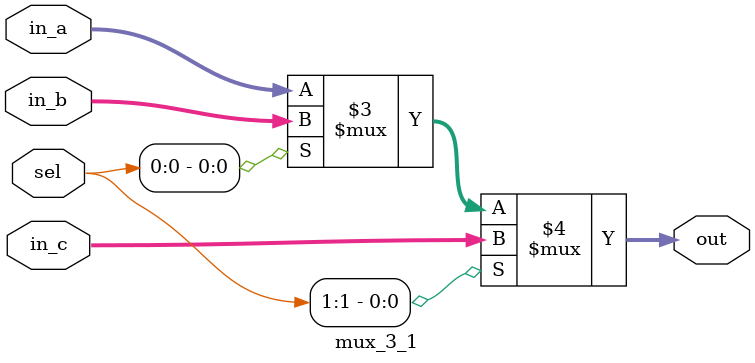
<source format=v>
`timescale 1ns / 1ps


module mux_3_1(
    input [31:0] in_a,
    input [31:0] in_b,
    input [31:0] in_c,
    input [1:0] sel,
    output [31:0] out
    );
    
    assign out = sel[1] == 1'b1 ? in_c : (sel[0] == 1'b1 ? in_b : in_a);

endmodule

</source>
